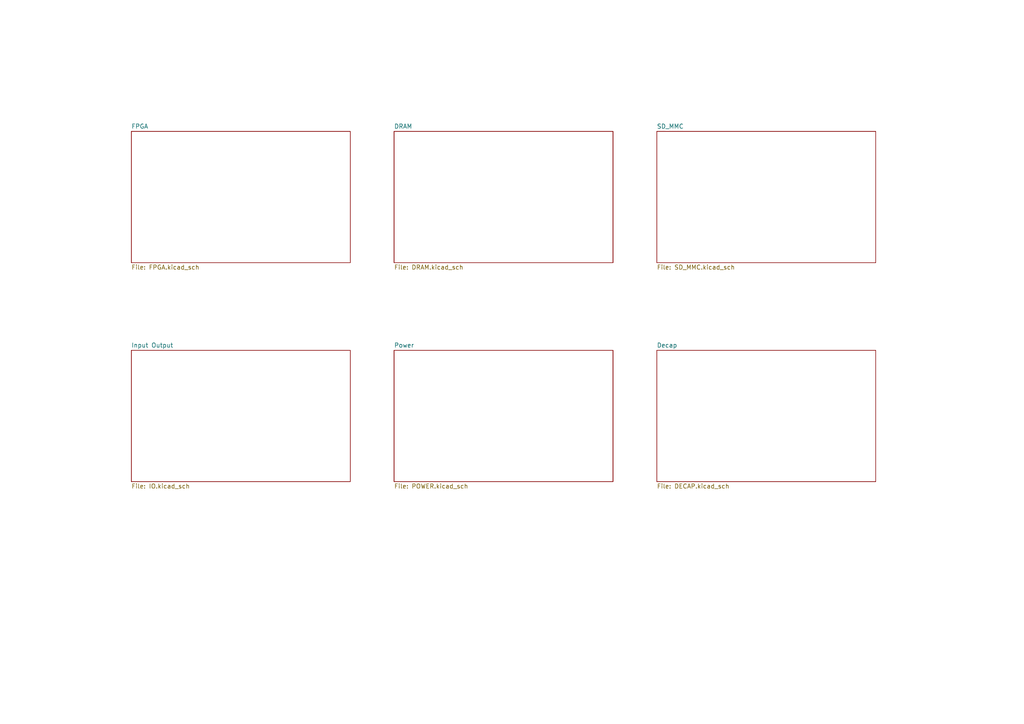
<source format=kicad_sch>
(kicad_sch
	(version 20250114)
	(generator "eeschema")
	(generator_version "9.0")
	(uuid "9328a39f-e46f-4e23-a67b-f837d10a1254")
	(paper "A4")
	(lib_symbols)
	(sheet
		(at 114.3 38.1)
		(size 63.5 38.1)
		(exclude_from_sim no)
		(in_bom yes)
		(on_board yes)
		(dnp no)
		(fields_autoplaced yes)
		(stroke
			(width 0.1524)
			(type solid)
		)
		(fill
			(color 0 0 0 0.0000)
		)
		(uuid "39bb5c54-36f6-41e0-89d5-4e2c3d9a4a2f")
		(property "Sheetname" "DRAM"
			(at 114.3 37.3884 0)
			(effects
				(font
					(size 1.27 1.27)
				)
				(justify left bottom)
			)
		)
		(property "Sheetfile" "DRAM.kicad_sch"
			(at 114.3 76.7846 0)
			(effects
				(font
					(size 1.27 1.27)
				)
				(justify left top)
			)
		)
		(instances
			(project "sbc"
				(path "/9328a39f-e46f-4e23-a67b-f837d10a1254"
					(page "3")
				)
			)
		)
	)
	(sheet
		(at 190.5 101.6)
		(size 63.5 38.1)
		(exclude_from_sim no)
		(in_bom yes)
		(on_board yes)
		(dnp no)
		(fields_autoplaced yes)
		(stroke
			(width 0.1524)
			(type solid)
		)
		(fill
			(color 0 0 0 0.0000)
		)
		(uuid "903e1d2a-b6c4-4391-805f-bc3e70a98e1c")
		(property "Sheetname" "Decap"
			(at 190.5 100.8884 0)
			(effects
				(font
					(size 1.27 1.27)
				)
				(justify left bottom)
			)
		)
		(property "Sheetfile" "DECAP.kicad_sch"
			(at 190.5 140.2846 0)
			(effects
				(font
					(size 1.27 1.27)
				)
				(justify left top)
			)
		)
		(instances
			(project "sbc"
				(path "/9328a39f-e46f-4e23-a67b-f837d10a1254"
					(page "7")
				)
			)
		)
	)
	(sheet
		(at 114.3 101.6)
		(size 63.5 38.1)
		(exclude_from_sim no)
		(in_bom yes)
		(on_board yes)
		(dnp no)
		(fields_autoplaced yes)
		(stroke
			(width 0.1524)
			(type solid)
		)
		(fill
			(color 0 0 0 0.0000)
		)
		(uuid "a7fd76fb-3981-418d-965b-fd74418ce764")
		(property "Sheetname" "Power"
			(at 114.3 100.8884 0)
			(effects
				(font
					(size 1.27 1.27)
				)
				(justify left bottom)
			)
		)
		(property "Sheetfile" "POWER.kicad_sch"
			(at 114.3 140.2846 0)
			(effects
				(font
					(size 1.27 1.27)
				)
				(justify left top)
			)
		)
		(instances
			(project "sbc"
				(path "/9328a39f-e46f-4e23-a67b-f837d10a1254"
					(page "6")
				)
			)
		)
	)
	(sheet
		(at 190.5 38.1)
		(size 63.5 38.1)
		(exclude_from_sim no)
		(in_bom yes)
		(on_board yes)
		(dnp no)
		(fields_autoplaced yes)
		(stroke
			(width 0.1524)
			(type solid)
		)
		(fill
			(color 0 0 0 0.0000)
		)
		(uuid "c62b2561-e816-4d42-bcad-0eb294abcbae")
		(property "Sheetname" "SD_MMC"
			(at 190.5 37.3884 0)
			(effects
				(font
					(size 1.27 1.27)
				)
				(justify left bottom)
			)
		)
		(property "Sheetfile" "SD_MMC.kicad_sch"
			(at 190.5 76.7846 0)
			(effects
				(font
					(size 1.27 1.27)
				)
				(justify left top)
			)
		)
		(instances
			(project "sbc"
				(path "/9328a39f-e46f-4e23-a67b-f837d10a1254"
					(page "4")
				)
			)
		)
	)
	(sheet
		(at 38.1 101.6)
		(size 63.5 38.1)
		(exclude_from_sim no)
		(in_bom yes)
		(on_board yes)
		(dnp no)
		(fields_autoplaced yes)
		(stroke
			(width 0.1524)
			(type solid)
		)
		(fill
			(color 0 0 0 0.0000)
		)
		(uuid "e2312610-a983-48d9-81b5-de5a27d79208")
		(property "Sheetname" "Input Output"
			(at 38.1 100.8884 0)
			(effects
				(font
					(size 1.27 1.27)
				)
				(justify left bottom)
			)
		)
		(property "Sheetfile" "IO.kicad_sch"
			(at 38.1 140.2846 0)
			(effects
				(font
					(size 1.27 1.27)
				)
				(justify left top)
			)
		)
		(instances
			(project "sbc"
				(path "/9328a39f-e46f-4e23-a67b-f837d10a1254"
					(page "5")
				)
			)
		)
	)
	(sheet
		(at 38.1 38.1)
		(size 63.5 38.1)
		(exclude_from_sim no)
		(in_bom yes)
		(on_board yes)
		(dnp no)
		(fields_autoplaced yes)
		(stroke
			(width 0.1524)
			(type solid)
		)
		(fill
			(color 0 0 0 0.0000)
		)
		(uuid "edfc8c1e-9a47-4753-b4ba-c75283de5336")
		(property "Sheetname" "FPGA"
			(at 38.1 37.3884 0)
			(effects
				(font
					(size 1.27 1.27)
				)
				(justify left bottom)
			)
		)
		(property "Sheetfile" "FPGA.kicad_sch"
			(at 38.1 76.7846 0)
			(effects
				(font
					(size 1.27 1.27)
				)
				(justify left top)
			)
		)
		(instances
			(project "sbc"
				(path "/9328a39f-e46f-4e23-a67b-f837d10a1254"
					(page "2")
				)
			)
		)
	)
	(sheet_instances
		(path "/"
			(page "1")
		)
	)
	(embedded_fonts no)
)

</source>
